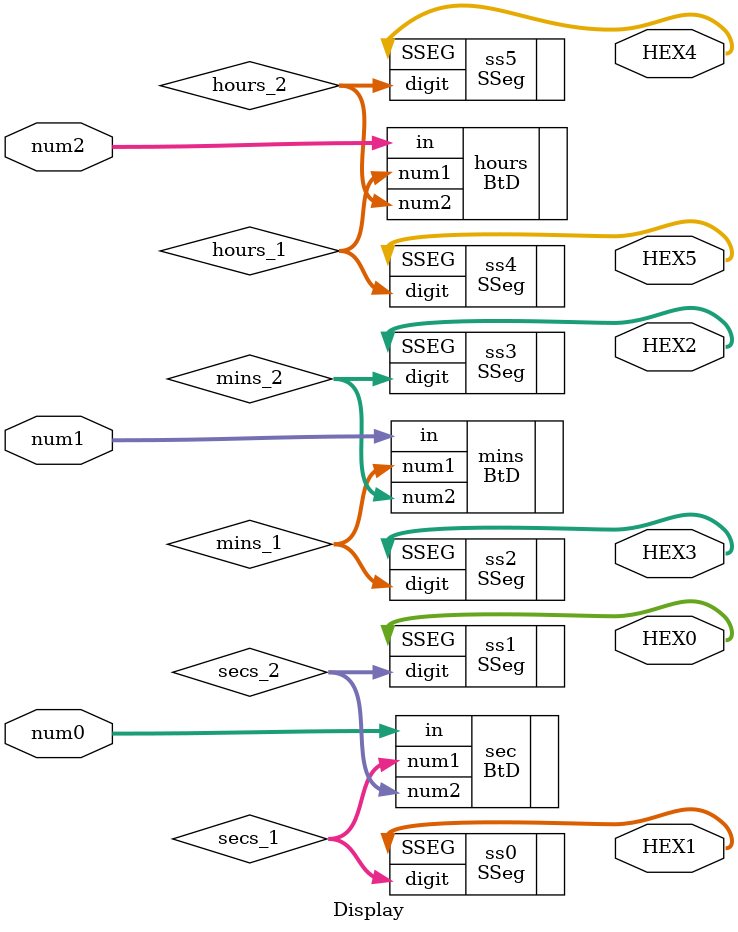
<source format=v>
module Display( 
	input [7:0] num2, num1, num0,
	output [6:0] HEX5, HEX4, HEX3, HEX2, HEX1, HEX0
	);
	
	wire [4:0] secs_1, secs_2, mins_1, mins_2, hours_1, hours_2;

	BtD sec(.in(num0), .num1(secs_1), .num2(secs_2));
	BtD mins(.in(num1), .num1(mins_1), .num2(mins_2));
	BtD hours(.in(num2), .num1(hours_1), .num2(hours_2));

	SSeg ss0(.digit(secs_1), .SSEG(HEX1));
	SSeg ss1(.digit(secs_2), .SSEG(HEX0));
	SSeg ss2(.digit(mins_1), .SSEG(HEX3));
	SSeg ss3(.digit(mins_2), .SSEG(HEX2));
	SSeg ss4(.digit(hours_1), .SSEG(HEX5));
	SSeg ss5(.digit(hours_2), .SSEG(HEX4));
		
endmodule 
</source>
